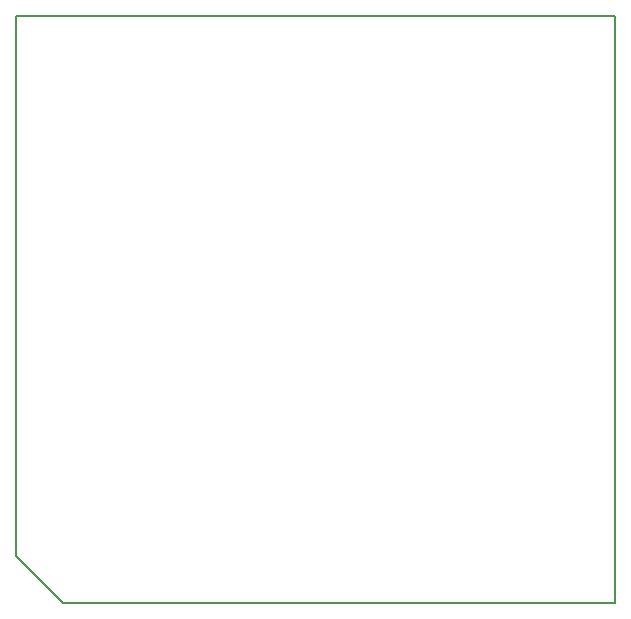
<source format=gko>
%FSLAX44Y44*%
%MOMM*%
G71*
G01*
G75*
G04 Layer_Color=16711935*
G04:AMPARAMS|DCode=10|XSize=1mm|YSize=0.95mm|CornerRadius=0.1995mm|HoleSize=0mm|Usage=FLASHONLY|Rotation=90.000|XOffset=0mm|YOffset=0mm|HoleType=Round|Shape=RoundedRectangle|*
%AMROUNDEDRECTD10*
21,1,1.0000,0.5510,0,0,90.0*
21,1,0.6010,0.9500,0,0,90.0*
1,1,0.3990,0.2755,0.3005*
1,1,0.3990,0.2755,-0.3005*
1,1,0.3990,-0.2755,-0.3005*
1,1,0.3990,-0.2755,0.3005*
%
%ADD10ROUNDEDRECTD10*%
G04:AMPARAMS|DCode=11|XSize=1.05mm|YSize=0.65mm|CornerRadius=0.2015mm|HoleSize=0mm|Usage=FLASHONLY|Rotation=0.000|XOffset=0mm|YOffset=0mm|HoleType=Round|Shape=RoundedRectangle|*
%AMROUNDEDRECTD11*
21,1,1.0500,0.2470,0,0,0.0*
21,1,0.6470,0.6500,0,0,0.0*
1,1,0.4030,0.3235,-0.1235*
1,1,0.4030,-0.3235,-0.1235*
1,1,0.4030,-0.3235,0.1235*
1,1,0.4030,0.3235,0.1235*
%
%ADD11ROUNDEDRECTD11*%
G04:AMPARAMS|DCode=12|XSize=1mm|YSize=0.9mm|CornerRadius=0.198mm|HoleSize=0mm|Usage=FLASHONLY|Rotation=270.000|XOffset=0mm|YOffset=0mm|HoleType=Round|Shape=RoundedRectangle|*
%AMROUNDEDRECTD12*
21,1,1.0000,0.5040,0,0,270.0*
21,1,0.6040,0.9000,0,0,270.0*
1,1,0.3960,-0.2520,-0.3020*
1,1,0.3960,-0.2520,0.3020*
1,1,0.3960,0.2520,0.3020*
1,1,0.3960,0.2520,-0.3020*
%
%ADD12ROUNDEDRECTD12*%
G04:AMPARAMS|DCode=13|XSize=1.45mm|YSize=1.15mm|CornerRadius=0.2013mm|HoleSize=0mm|Usage=FLASHONLY|Rotation=270.000|XOffset=0mm|YOffset=0mm|HoleType=Round|Shape=RoundedRectangle|*
%AMROUNDEDRECTD13*
21,1,1.4500,0.7475,0,0,270.0*
21,1,1.0475,1.1500,0,0,270.0*
1,1,0.4025,-0.3738,-0.5238*
1,1,0.4025,-0.3738,0.5238*
1,1,0.4025,0.3738,0.5238*
1,1,0.4025,0.3738,-0.5238*
%
%ADD13ROUNDEDRECTD13*%
G04:AMPARAMS|DCode=14|XSize=2.5mm|YSize=2mm|CornerRadius=0.25mm|HoleSize=0mm|Usage=FLASHONLY|Rotation=270.000|XOffset=0mm|YOffset=0mm|HoleType=Round|Shape=RoundedRectangle|*
%AMROUNDEDRECTD14*
21,1,2.5000,1.5000,0,0,270.0*
21,1,2.0000,2.0000,0,0,270.0*
1,1,0.5000,-0.7500,-1.0000*
1,1,0.5000,-0.7500,1.0000*
1,1,0.5000,0.7500,1.0000*
1,1,0.5000,0.7500,-1.0000*
%
%ADD14ROUNDEDRECTD14*%
G04:AMPARAMS|DCode=15|XSize=1mm|YSize=0.9mm|CornerRadius=0.198mm|HoleSize=0mm|Usage=FLASHONLY|Rotation=0.000|XOffset=0mm|YOffset=0mm|HoleType=Round|Shape=RoundedRectangle|*
%AMROUNDEDRECTD15*
21,1,1.0000,0.5040,0,0,0.0*
21,1,0.6040,0.9000,0,0,0.0*
1,1,0.3960,0.3020,-0.2520*
1,1,0.3960,-0.3020,-0.2520*
1,1,0.3960,-0.3020,0.2520*
1,1,0.3960,0.3020,0.2520*
%
%ADD15ROUNDEDRECTD15*%
%ADD16O,0.5000X2.5000*%
%ADD17O,2.5000X0.5000*%
G04:AMPARAMS|DCode=18|XSize=0.7mm|YSize=1.5mm|CornerRadius=0.175mm|HoleSize=0mm|Usage=FLASHONLY|Rotation=180.000|XOffset=0mm|YOffset=0mm|HoleType=Round|Shape=RoundedRectangle|*
%AMROUNDEDRECTD18*
21,1,0.7000,1.1500,0,0,180.0*
21,1,0.3500,1.5000,0,0,180.0*
1,1,0.3500,-0.1750,0.5750*
1,1,0.3500,0.1750,0.5750*
1,1,0.3500,0.1750,-0.5750*
1,1,0.3500,-0.1750,-0.5750*
%
%ADD18ROUNDEDRECTD18*%
G04:AMPARAMS|DCode=19|XSize=0.8mm|YSize=2mm|CornerRadius=0.2mm|HoleSize=0mm|Usage=FLASHONLY|Rotation=0.000|XOffset=0mm|YOffset=0mm|HoleType=Round|Shape=RoundedRectangle|*
%AMROUNDEDRECTD19*
21,1,0.8000,1.6000,0,0,0.0*
21,1,0.4000,2.0000,0,0,0.0*
1,1,0.4000,0.2000,-0.8000*
1,1,0.4000,-0.2000,-0.8000*
1,1,0.4000,-0.2000,0.8000*
1,1,0.4000,0.2000,0.8000*
%
%ADD19ROUNDEDRECTD19*%
G04:AMPARAMS|DCode=20|XSize=0.7mm|YSize=1mm|CornerRadius=0.175mm|HoleSize=0mm|Usage=FLASHONLY|Rotation=180.000|XOffset=0mm|YOffset=0mm|HoleType=Round|Shape=RoundedRectangle|*
%AMROUNDEDRECTD20*
21,1,0.7000,0.6500,0,0,180.0*
21,1,0.3500,1.0000,0,0,180.0*
1,1,0.3500,-0.1750,0.3250*
1,1,0.3500,0.1750,0.3250*
1,1,0.3500,0.1750,-0.3250*
1,1,0.3500,-0.1750,-0.3250*
%
%ADD20ROUNDEDRECTD20*%
G04:AMPARAMS|DCode=21|XSize=1.2mm|YSize=2mm|CornerRadius=0.3mm|HoleSize=0mm|Usage=FLASHONLY|Rotation=180.000|XOffset=0mm|YOffset=0mm|HoleType=Round|Shape=RoundedRectangle|*
%AMROUNDEDRECTD21*
21,1,1.2000,1.4000,0,0,180.0*
21,1,0.6000,2.0000,0,0,180.0*
1,1,0.6000,-0.3000,0.7000*
1,1,0.6000,0.3000,0.7000*
1,1,0.6000,0.3000,-0.7000*
1,1,0.6000,-0.3000,-0.7000*
%
%ADD21ROUNDEDRECTD21*%
G04:AMPARAMS|DCode=22|XSize=1mm|YSize=0.95mm|CornerRadius=0.1995mm|HoleSize=0mm|Usage=FLASHONLY|Rotation=180.000|XOffset=0mm|YOffset=0mm|HoleType=Round|Shape=RoundedRectangle|*
%AMROUNDEDRECTD22*
21,1,1.0000,0.5510,0,0,180.0*
21,1,0.6010,0.9500,0,0,180.0*
1,1,0.3990,-0.3005,0.2755*
1,1,0.3990,0.3005,0.2755*
1,1,0.3990,0.3005,-0.2755*
1,1,0.3990,-0.3005,-0.2755*
%
%ADD22ROUNDEDRECTD22*%
%ADD23R,0.4000X1.4000*%
G04:AMPARAMS|DCode=24|XSize=1.8mm|YSize=1.9mm|CornerRadius=0.45mm|HoleSize=0mm|Usage=FLASHONLY|Rotation=0.000|XOffset=0mm|YOffset=0mm|HoleType=Round|Shape=RoundedRectangle|*
%AMROUNDEDRECTD24*
21,1,1.8000,1.0000,0,0,0.0*
21,1,0.9000,1.9000,0,0,0.0*
1,1,0.9000,0.4500,-0.5000*
1,1,0.9000,-0.4500,-0.5000*
1,1,0.9000,-0.4500,0.5000*
1,1,0.9000,0.4500,0.5000*
%
%ADD24ROUNDEDRECTD24*%
%ADD25O,0.7000X2.5000*%
%ADD26O,2.5000X0.7000*%
G04:AMPARAMS|DCode=27|XSize=1.1mm|YSize=0.6mm|CornerRadius=0.201mm|HoleSize=0mm|Usage=FLASHONLY|Rotation=180.000|XOffset=0mm|YOffset=0mm|HoleType=Round|Shape=RoundedRectangle|*
%AMROUNDEDRECTD27*
21,1,1.1000,0.1980,0,0,180.0*
21,1,0.6980,0.6000,0,0,180.0*
1,1,0.4020,-0.3490,0.0990*
1,1,0.4020,0.3490,0.0990*
1,1,0.4020,0.3490,-0.0990*
1,1,0.4020,-0.3490,-0.0990*
%
%ADD27ROUNDEDRECTD27*%
G04:AMPARAMS|DCode=28|XSize=2.3mm|YSize=0.5mm|CornerRadius=0.2mm|HoleSize=0mm|Usage=FLASHONLY|Rotation=90.000|XOffset=0mm|YOffset=0mm|HoleType=Round|Shape=RoundedRectangle|*
%AMROUNDEDRECTD28*
21,1,2.3000,0.1000,0,0,90.0*
21,1,1.9000,0.5000,0,0,90.0*
1,1,0.4000,0.0500,0.9500*
1,1,0.4000,0.0500,-0.9500*
1,1,0.4000,-0.0500,-0.9500*
1,1,0.4000,-0.0500,0.9500*
%
%ADD28ROUNDEDRECTD28*%
G04:AMPARAMS|DCode=29|XSize=2.5mm|YSize=2mm|CornerRadius=0.2mm|HoleSize=0mm|Usage=FLASHONLY|Rotation=90.000|XOffset=0mm|YOffset=0mm|HoleType=Round|Shape=RoundedRectangle|*
%AMROUNDEDRECTD29*
21,1,2.5000,1.6000,0,0,90.0*
21,1,2.1000,2.0000,0,0,90.0*
1,1,0.4000,0.8000,1.0500*
1,1,0.4000,0.8000,-1.0500*
1,1,0.4000,-0.8000,-1.0500*
1,1,0.4000,-0.8000,1.0500*
%
%ADD29ROUNDEDRECTD29*%
G04:AMPARAMS|DCode=30|XSize=2.5mm|YSize=1.7mm|CornerRadius=0.204mm|HoleSize=0mm|Usage=FLASHONLY|Rotation=0.000|XOffset=0mm|YOffset=0mm|HoleType=Round|Shape=RoundedRectangle|*
%AMROUNDEDRECTD30*
21,1,2.5000,1.2920,0,0,0.0*
21,1,2.0920,1.7000,0,0,0.0*
1,1,0.4080,1.0460,-0.6460*
1,1,0.4080,-1.0460,-0.6460*
1,1,0.4080,-1.0460,0.6460*
1,1,0.4080,1.0460,0.6460*
%
%ADD30ROUNDEDRECTD30*%
G04:AMPARAMS|DCode=31|XSize=0.5mm|YSize=0.6mm|CornerRadius=0.1625mm|HoleSize=0mm|Usage=FLASHONLY|Rotation=270.000|XOffset=0mm|YOffset=0mm|HoleType=Round|Shape=RoundedRectangle|*
%AMROUNDEDRECTD31*
21,1,0.5000,0.2750,0,0,270.0*
21,1,0.1750,0.6000,0,0,270.0*
1,1,0.3250,-0.1375,-0.0875*
1,1,0.3250,-0.1375,0.0875*
1,1,0.3250,0.1375,0.0875*
1,1,0.3250,0.1375,-0.0875*
%
%ADD31ROUNDEDRECTD31*%
G04:AMPARAMS|DCode=32|XSize=0.67mm|YSize=0.67mm|CornerRadius=0.1508mm|HoleSize=0mm|Usage=FLASHONLY|Rotation=270.000|XOffset=0mm|YOffset=0mm|HoleType=Round|Shape=RoundedRectangle|*
%AMROUNDEDRECTD32*
21,1,0.6700,0.3685,0,0,270.0*
21,1,0.3685,0.6700,0,0,270.0*
1,1,0.3015,-0.1843,-0.1843*
1,1,0.3015,-0.1843,0.1843*
1,1,0.3015,0.1843,0.1843*
1,1,0.3015,0.1843,-0.1843*
%
%ADD32ROUNDEDRECTD32*%
G04:AMPARAMS|DCode=33|XSize=1.05mm|YSize=0.65mm|CornerRadius=0.2015mm|HoleSize=0mm|Usage=FLASHONLY|Rotation=90.000|XOffset=0mm|YOffset=0mm|HoleType=Round|Shape=RoundedRectangle|*
%AMROUNDEDRECTD33*
21,1,1.0500,0.2470,0,0,90.0*
21,1,0.6470,0.6500,0,0,90.0*
1,1,0.4030,0.1235,0.3235*
1,1,0.4030,0.1235,-0.3235*
1,1,0.4030,-0.1235,-0.3235*
1,1,0.4030,-0.1235,0.3235*
%
%ADD33ROUNDEDRECTD33*%
G04:AMPARAMS|DCode=34|XSize=2.5mm|YSize=1.7mm|CornerRadius=0.204mm|HoleSize=0mm|Usage=FLASHONLY|Rotation=90.000|XOffset=0mm|YOffset=0mm|HoleType=Round|Shape=RoundedRectangle|*
%AMROUNDEDRECTD34*
21,1,2.5000,1.2920,0,0,90.0*
21,1,2.0920,1.7000,0,0,90.0*
1,1,0.4080,0.6460,1.0460*
1,1,0.4080,0.6460,-1.0460*
1,1,0.4080,-0.6460,-1.0460*
1,1,0.4080,-0.6460,1.0460*
%
%ADD34ROUNDEDRECTD34*%
%ADD35R,0.4000X1.6000*%
%ADD36C,0.5000*%
%ADD37C,1.2000*%
%ADD38C,0.4000*%
%ADD39C,1.8500*%
%ADD40C,2.2000*%
%ADD41C,1.7000*%
%ADD42C,0.5000*%
G04:AMPARAMS|DCode=43|XSize=1.85mm|YSize=1.85mm|CornerRadius=0.2313mm|HoleSize=0mm|Usage=FLASHONLY|Rotation=270.000|XOffset=0mm|YOffset=0mm|HoleType=Round|Shape=RoundedRectangle|*
%AMROUNDEDRECTD43*
21,1,1.8500,1.3875,0,0,270.0*
21,1,1.3875,1.8500,0,0,270.0*
1,1,0.4625,-0.6937,-0.6937*
1,1,0.4625,-0.6937,0.6937*
1,1,0.4625,0.6937,0.6937*
1,1,0.4625,0.6937,-0.6937*
%
%ADD43ROUNDEDRECTD43*%
%ADD44C,1.8000*%
%ADD45C,2.5000*%
%ADD46C,1.3000*%
G04:AMPARAMS|DCode=47|XSize=1.3mm|YSize=1.3mm|CornerRadius=0.1625mm|HoleSize=0mm|Usage=FLASHONLY|Rotation=180.000|XOffset=0mm|YOffset=0mm|HoleType=Round|Shape=RoundedRectangle|*
%AMROUNDEDRECTD47*
21,1,1.3000,0.9750,0,0,180.0*
21,1,0.9750,1.3000,0,0,180.0*
1,1,0.3250,-0.4875,0.4875*
1,1,0.3250,0.4875,0.4875*
1,1,0.3250,0.4875,-0.4875*
1,1,0.3250,-0.4875,-0.4875*
%
%ADD47ROUNDEDRECTD47*%
%ADD48C,2.0000*%
G04:AMPARAMS|DCode=49|XSize=2mm|YSize=2mm|CornerRadius=0.25mm|HoleSize=0mm|Usage=FLASHONLY|Rotation=0.000|XOffset=0mm|YOffset=0mm|HoleType=Round|Shape=RoundedRectangle|*
%AMROUNDEDRECTD49*
21,1,2.0000,1.5000,0,0,0.0*
21,1,1.5000,2.0000,0,0,0.0*
1,1,0.5000,0.7500,-0.7500*
1,1,0.5000,-0.7500,-0.7500*
1,1,0.5000,-0.7500,0.7500*
1,1,0.5000,0.7500,0.7500*
%
%ADD49ROUNDEDRECTD49*%
G04:AMPARAMS|DCode=50|XSize=2.2mm|YSize=2.2mm|CornerRadius=0.275mm|HoleSize=0mm|Usage=FLASHONLY|Rotation=90.000|XOffset=0mm|YOffset=0mm|HoleType=Round|Shape=RoundedRectangle|*
%AMROUNDEDRECTD50*
21,1,2.2000,1.6500,0,0,90.0*
21,1,1.6500,2.2000,0,0,90.0*
1,1,0.5500,0.8250,0.8250*
1,1,0.5500,0.8250,-0.8250*
1,1,0.5500,-0.8250,-0.8250*
1,1,0.5500,-0.8250,0.8250*
%
%ADD50ROUNDEDRECTD50*%
G04:AMPARAMS|DCode=51|XSize=1.4mm|YSize=1.4mm|CornerRadius=0.175mm|HoleSize=0mm|Usage=FLASHONLY|Rotation=0.000|XOffset=0mm|YOffset=0mm|HoleType=Round|Shape=RoundedRectangle|*
%AMROUNDEDRECTD51*
21,1,1.4000,1.0500,0,0,0.0*
21,1,1.0500,1.4000,0,0,0.0*
1,1,0.3500,0.5250,-0.5250*
1,1,0.3500,-0.5250,-0.5250*
1,1,0.3500,-0.5250,0.5250*
1,1,0.3500,0.5250,0.5250*
%
%ADD51ROUNDEDRECTD51*%
G04:AMPARAMS|DCode=52|XSize=1mm|YSize=1mm|CornerRadius=0.25mm|HoleSize=0mm|Usage=FLASHONLY|Rotation=90.000|XOffset=0mm|YOffset=0mm|HoleType=Round|Shape=RoundedRectangle|*
%AMROUNDEDRECTD52*
21,1,1.0000,0.5000,0,0,90.0*
21,1,0.5000,1.0000,0,0,90.0*
1,1,0.5000,0.2500,0.2500*
1,1,0.5000,0.2500,-0.2500*
1,1,0.5000,-0.2500,-0.2500*
1,1,0.5000,-0.2500,0.2500*
%
%ADD52ROUNDEDRECTD52*%
%ADD53C,0.1000*%
%ADD54C,7.0000*%
G04:AMPARAMS|DCode=55|XSize=0.9mm|YSize=2.8mm|CornerRadius=0.225mm|HoleSize=0mm|Usage=FLASHONLY|Rotation=90.000|XOffset=0mm|YOffset=0mm|HoleType=Round|Shape=RoundedRectangle|*
%AMROUNDEDRECTD55*
21,1,0.9000,2.3500,0,0,90.0*
21,1,0.4500,2.8000,0,0,90.0*
1,1,0.4500,1.1750,0.2250*
1,1,0.4500,1.1750,-0.2250*
1,1,0.4500,-1.1750,-0.2250*
1,1,0.4500,-1.1750,0.2250*
%
%ADD55ROUNDEDRECTD55*%
%ADD56C,2.7000*%
%ADD57C,1.2000*%
%ADD58C,0.8000*%
G04:AMPARAMS|DCode=59|XSize=2mm|YSize=2mm|CornerRadius=0.2mm|HoleSize=0mm|Usage=FLASHONLY|Rotation=90.000|XOffset=0mm|YOffset=0mm|HoleType=Round|Shape=RoundedRectangle|*
%AMROUNDEDRECTD59*
21,1,2.0000,1.6000,0,0,90.0*
21,1,1.6000,2.0000,0,0,90.0*
1,1,0.4000,0.8000,0.8000*
1,1,0.4000,0.8000,-0.8000*
1,1,0.4000,-0.8000,-0.8000*
1,1,0.4000,-0.8000,0.8000*
%
%ADD59ROUNDEDRECTD59*%
G04:AMPARAMS|DCode=60|XSize=1.7mm|YSize=1.9mm|CornerRadius=0.2125mm|HoleSize=0mm|Usage=FLASHONLY|Rotation=180.000|XOffset=0mm|YOffset=0mm|HoleType=Round|Shape=RoundedRectangle|*
%AMROUNDEDRECTD60*
21,1,1.7000,1.4750,0,0,180.0*
21,1,1.2750,1.9000,0,0,180.0*
1,1,0.4250,-0.6375,0.7375*
1,1,0.4250,0.6375,0.7375*
1,1,0.4250,0.6375,-0.7375*
1,1,0.4250,-0.6375,-0.7375*
%
%ADD60ROUNDEDRECTD60*%
G04:AMPARAMS|DCode=61|XSize=1.8mm|YSize=1.9mm|CornerRadius=0.225mm|HoleSize=0mm|Usage=FLASHONLY|Rotation=180.000|XOffset=0mm|YOffset=0mm|HoleType=Round|Shape=RoundedRectangle|*
%AMROUNDEDRECTD61*
21,1,1.8000,1.4500,0,0,180.0*
21,1,1.3500,1.9000,0,0,180.0*
1,1,0.4500,-0.6750,0.7250*
1,1,0.4500,0.6750,0.7250*
1,1,0.4500,0.6750,-0.7250*
1,1,0.4500,-0.6750,-0.7250*
%
%ADD61ROUNDEDRECTD61*%
G04:AMPARAMS|DCode=62|XSize=1.6mm|YSize=1.3mm|CornerRadius=0.2015mm|HoleSize=0mm|Usage=FLASHONLY|Rotation=180.000|XOffset=0mm|YOffset=0mm|HoleType=Round|Shape=RoundedRectangle|*
%AMROUNDEDRECTD62*
21,1,1.6000,0.8970,0,0,180.0*
21,1,1.1970,1.3000,0,0,180.0*
1,1,0.4030,-0.5985,0.4485*
1,1,0.4030,0.5985,0.4485*
1,1,0.4030,0.5985,-0.4485*
1,1,0.4030,-0.5985,-0.4485*
%
%ADD62ROUNDEDRECTD62*%
G04:AMPARAMS|DCode=63|XSize=2.7mm|YSize=1.2mm|CornerRadius=0.21mm|HoleSize=0mm|Usage=FLASHONLY|Rotation=0.000|XOffset=0mm|YOffset=0mm|HoleType=Round|Shape=RoundedRectangle|*
%AMROUNDEDRECTD63*
21,1,2.7000,0.7800,0,0,0.0*
21,1,2.2800,1.2000,0,0,0.0*
1,1,0.4200,1.1400,-0.3900*
1,1,0.4200,-1.1400,-0.3900*
1,1,0.4200,-1.1400,0.3900*
1,1,0.4200,1.1400,0.3900*
%
%ADD63ROUNDEDRECTD63*%
G04:AMPARAMS|DCode=64|XSize=1.2mm|YSize=1.2mm|CornerRadius=0.198mm|HoleSize=0mm|Usage=FLASHONLY|Rotation=0.000|XOffset=0mm|YOffset=0mm|HoleType=Round|Shape=RoundedRectangle|*
%AMROUNDEDRECTD64*
21,1,1.2000,0.8040,0,0,0.0*
21,1,0.8040,1.2000,0,0,0.0*
1,1,0.3960,0.4020,-0.4020*
1,1,0.3960,-0.4020,-0.4020*
1,1,0.3960,-0.4020,0.4020*
1,1,0.3960,0.4020,0.4020*
%
%ADD64ROUNDEDRECTD64*%
G04:AMPARAMS|DCode=65|XSize=0.7mm|YSize=2.5mm|CornerRadius=0.175mm|HoleSize=0mm|Usage=FLASHONLY|Rotation=0.000|XOffset=0mm|YOffset=0mm|HoleType=Round|Shape=RoundedRectangle|*
%AMROUNDEDRECTD65*
21,1,0.7000,2.1500,0,0,0.0*
21,1,0.3500,2.5000,0,0,0.0*
1,1,0.3500,0.1750,-1.0750*
1,1,0.3500,-0.1750,-1.0750*
1,1,0.3500,-0.1750,1.0750*
1,1,0.3500,0.1750,1.0750*
%
%ADD65ROUNDEDRECTD65*%
%ADD66C,0.3000*%
%ADD67C,5.0000*%
%ADD68C,0.2000*%
%ADD69C,0.2500*%
%ADD70C,0.1500*%
%ADD71C,0.1000*%
%ADD72C,0.2540*%
G04:AMPARAMS|DCode=73|XSize=1.15mm|YSize=1.1mm|CornerRadius=0.2745mm|HoleSize=0mm|Usage=FLASHONLY|Rotation=90.000|XOffset=0mm|YOffset=0mm|HoleType=Round|Shape=RoundedRectangle|*
%AMROUNDEDRECTD73*
21,1,1.1500,0.5510,0,0,90.0*
21,1,0.6010,1.1000,0,0,90.0*
1,1,0.5490,0.2755,0.3005*
1,1,0.5490,0.2755,-0.3005*
1,1,0.5490,-0.2755,-0.3005*
1,1,0.5490,-0.2755,0.3005*
%
%ADD73ROUNDEDRECTD73*%
G04:AMPARAMS|DCode=74|XSize=1.2mm|YSize=0.8mm|CornerRadius=0.2765mm|HoleSize=0mm|Usage=FLASHONLY|Rotation=0.000|XOffset=0mm|YOffset=0mm|HoleType=Round|Shape=RoundedRectangle|*
%AMROUNDEDRECTD74*
21,1,1.2000,0.2470,0,0,0.0*
21,1,0.6470,0.8000,0,0,0.0*
1,1,0.5530,0.3235,-0.1235*
1,1,0.5530,-0.3235,-0.1235*
1,1,0.5530,-0.3235,0.1235*
1,1,0.5530,0.3235,0.1235*
%
%ADD74ROUNDEDRECTD74*%
G04:AMPARAMS|DCode=75|XSize=1.15mm|YSize=1.05mm|CornerRadius=0.273mm|HoleSize=0mm|Usage=FLASHONLY|Rotation=270.000|XOffset=0mm|YOffset=0mm|HoleType=Round|Shape=RoundedRectangle|*
%AMROUNDEDRECTD75*
21,1,1.1500,0.5040,0,0,270.0*
21,1,0.6040,1.0500,0,0,270.0*
1,1,0.5460,-0.2520,-0.3020*
1,1,0.5460,-0.2520,0.3020*
1,1,0.5460,0.2520,0.3020*
1,1,0.5460,0.2520,-0.3020*
%
%ADD75ROUNDEDRECTD75*%
G04:AMPARAMS|DCode=76|XSize=1.6mm|YSize=1.3mm|CornerRadius=0.2763mm|HoleSize=0mm|Usage=FLASHONLY|Rotation=270.000|XOffset=0mm|YOffset=0mm|HoleType=Round|Shape=RoundedRectangle|*
%AMROUNDEDRECTD76*
21,1,1.6000,0.7475,0,0,270.0*
21,1,1.0475,1.3000,0,0,270.0*
1,1,0.5525,-0.3738,-0.5238*
1,1,0.5525,-0.3738,0.5238*
1,1,0.5525,0.3738,0.5238*
1,1,0.5525,0.3738,-0.5238*
%
%ADD76ROUNDEDRECTD76*%
G04:AMPARAMS|DCode=77|XSize=2.7032mm|YSize=2.2032mm|CornerRadius=0.3516mm|HoleSize=0mm|Usage=FLASHONLY|Rotation=270.000|XOffset=0mm|YOffset=0mm|HoleType=Round|Shape=RoundedRectangle|*
%AMROUNDEDRECTD77*
21,1,2.7032,1.5000,0,0,270.0*
21,1,2.0000,2.2032,0,0,270.0*
1,1,0.7032,-0.7500,-1.0000*
1,1,0.7032,-0.7500,1.0000*
1,1,0.7032,0.7500,1.0000*
1,1,0.7032,0.7500,-1.0000*
%
%ADD77ROUNDEDRECTD77*%
G04:AMPARAMS|DCode=78|XSize=1.15mm|YSize=1.05mm|CornerRadius=0.273mm|HoleSize=0mm|Usage=FLASHONLY|Rotation=0.000|XOffset=0mm|YOffset=0mm|HoleType=Round|Shape=RoundedRectangle|*
%AMROUNDEDRECTD78*
21,1,1.1500,0.5040,0,0,0.0*
21,1,0.6040,1.0500,0,0,0.0*
1,1,0.5460,0.3020,-0.2520*
1,1,0.5460,-0.3020,-0.2520*
1,1,0.5460,-0.3020,0.2520*
1,1,0.5460,0.3020,0.2520*
%
%ADD78ROUNDEDRECTD78*%
G04:AMPARAMS|DCode=79|XSize=1.0032mm|YSize=2.2032mm|CornerRadius=0.3016mm|HoleSize=0mm|Usage=FLASHONLY|Rotation=0.000|XOffset=0mm|YOffset=0mm|HoleType=Round|Shape=RoundedRectangle|*
%AMROUNDEDRECTD79*
21,1,1.0032,1.6000,0,0,0.0*
21,1,0.4000,2.2032,0,0,0.0*
1,1,0.6032,0.2000,-0.8000*
1,1,0.6032,-0.2000,-0.8000*
1,1,0.6032,-0.2000,0.8000*
1,1,0.6032,0.2000,0.8000*
%
%ADD79ROUNDEDRECTD79*%
G04:AMPARAMS|DCode=80|XSize=0.9032mm|YSize=1.2032mm|CornerRadius=0.2766mm|HoleSize=0mm|Usage=FLASHONLY|Rotation=180.000|XOffset=0mm|YOffset=0mm|HoleType=Round|Shape=RoundedRectangle|*
%AMROUNDEDRECTD80*
21,1,0.9032,0.6500,0,0,180.0*
21,1,0.3500,1.2032,0,0,180.0*
1,1,0.5532,-0.1750,0.3250*
1,1,0.5532,0.1750,0.3250*
1,1,0.5532,0.1750,-0.3250*
1,1,0.5532,-0.1750,-0.3250*
%
%ADD80ROUNDEDRECTD80*%
G04:AMPARAMS|DCode=81|XSize=1.3mm|YSize=2.1mm|CornerRadius=0.35mm|HoleSize=0mm|Usage=FLASHONLY|Rotation=180.000|XOffset=0mm|YOffset=0mm|HoleType=Round|Shape=RoundedRectangle|*
%AMROUNDEDRECTD81*
21,1,1.3000,1.4000,0,0,180.0*
21,1,0.6000,2.1000,0,0,180.0*
1,1,0.7000,-0.3000,0.7000*
1,1,0.7000,0.3000,0.7000*
1,1,0.7000,0.3000,-0.7000*
1,1,0.7000,-0.3000,-0.7000*
%
%ADD81ROUNDEDRECTD81*%
G04:AMPARAMS|DCode=82|XSize=1.15mm|YSize=1.1mm|CornerRadius=0.2745mm|HoleSize=0mm|Usage=FLASHONLY|Rotation=180.000|XOffset=0mm|YOffset=0mm|HoleType=Round|Shape=RoundedRectangle|*
%AMROUNDEDRECTD82*
21,1,1.1500,0.5510,0,0,180.0*
21,1,0.6010,1.1000,0,0,180.0*
1,1,0.5490,-0.3005,0.2755*
1,1,0.5490,0.3005,0.2755*
1,1,0.5490,0.3005,-0.2755*
1,1,0.5490,-0.3005,-0.2755*
%
%ADD82ROUNDEDRECTD82*%
%ADD83R,0.6032X1.6032*%
G04:AMPARAMS|DCode=84|XSize=2.0032mm|YSize=2.1032mm|CornerRadius=0.5516mm|HoleSize=0mm|Usage=FLASHONLY|Rotation=0.000|XOffset=0mm|YOffset=0mm|HoleType=Round|Shape=RoundedRectangle|*
%AMROUNDEDRECTD84*
21,1,2.0032,1.0000,0,0,0.0*
21,1,0.9000,2.1032,0,0,0.0*
1,1,1.1032,0.4500,-0.5000*
1,1,1.1032,-0.4500,-0.5000*
1,1,1.1032,-0.4500,0.5000*
1,1,1.1032,0.4500,0.5000*
%
%ADD84ROUNDEDRECTD84*%
%ADD85O,0.8500X2.6500*%
%ADD86O,2.6500X0.8500*%
G04:AMPARAMS|DCode=87|XSize=1.25mm|YSize=0.75mm|CornerRadius=0.276mm|HoleSize=0mm|Usage=FLASHONLY|Rotation=180.000|XOffset=0mm|YOffset=0mm|HoleType=Round|Shape=RoundedRectangle|*
%AMROUNDEDRECTD87*
21,1,1.2500,0.1980,0,0,180.0*
21,1,0.6980,0.7500,0,0,180.0*
1,1,0.5520,-0.3490,0.0990*
1,1,0.5520,0.3490,0.0990*
1,1,0.5520,0.3490,-0.0990*
1,1,0.5520,-0.3490,-0.0990*
%
%ADD87ROUNDEDRECTD87*%
G04:AMPARAMS|DCode=88|XSize=2.45mm|YSize=0.65mm|CornerRadius=0.275mm|HoleSize=0mm|Usage=FLASHONLY|Rotation=90.000|XOffset=0mm|YOffset=0mm|HoleType=Round|Shape=RoundedRectangle|*
%AMROUNDEDRECTD88*
21,1,2.4500,0.1000,0,0,90.0*
21,1,1.9000,0.6500,0,0,90.0*
1,1,0.5500,0.0500,0.9500*
1,1,0.5500,0.0500,-0.9500*
1,1,0.5500,-0.0500,-0.9500*
1,1,0.5500,-0.0500,0.9500*
%
%ADD88ROUNDEDRECTD88*%
G04:AMPARAMS|DCode=89|XSize=2.65mm|YSize=2.15mm|CornerRadius=0.275mm|HoleSize=0mm|Usage=FLASHONLY|Rotation=90.000|XOffset=0mm|YOffset=0mm|HoleType=Round|Shape=RoundedRectangle|*
%AMROUNDEDRECTD89*
21,1,2.6500,1.6000,0,0,90.0*
21,1,2.1000,2.1500,0,0,90.0*
1,1,0.5500,0.8000,1.0500*
1,1,0.5500,0.8000,-1.0500*
1,1,0.5500,-0.8000,-1.0500*
1,1,0.5500,-0.8000,1.0500*
%
%ADD89ROUNDEDRECTD89*%
G04:AMPARAMS|DCode=90|XSize=2.65mm|YSize=1.85mm|CornerRadius=0.279mm|HoleSize=0mm|Usage=FLASHONLY|Rotation=0.000|XOffset=0mm|YOffset=0mm|HoleType=Round|Shape=RoundedRectangle|*
%AMROUNDEDRECTD90*
21,1,2.6500,1.2920,0,0,0.0*
21,1,2.0920,1.8500,0,0,0.0*
1,1,0.5580,1.0460,-0.6460*
1,1,0.5580,-1.0460,-0.6460*
1,1,0.5580,-1.0460,0.6460*
1,1,0.5580,1.0460,0.6460*
%
%ADD90ROUNDEDRECTD90*%
G04:AMPARAMS|DCode=91|XSize=0.6mm|YSize=0.7mm|CornerRadius=0.2125mm|HoleSize=0mm|Usage=FLASHONLY|Rotation=270.000|XOffset=0mm|YOffset=0mm|HoleType=Round|Shape=RoundedRectangle|*
%AMROUNDEDRECTD91*
21,1,0.6000,0.2750,0,0,270.0*
21,1,0.1750,0.7000,0,0,270.0*
1,1,0.4250,-0.1375,-0.0875*
1,1,0.4250,-0.1375,0.0875*
1,1,0.4250,0.1375,0.0875*
1,1,0.4250,0.1375,-0.0875*
%
%ADD91ROUNDEDRECTD91*%
G04:AMPARAMS|DCode=92|XSize=0.77mm|YSize=0.77mm|CornerRadius=0.2008mm|HoleSize=0mm|Usage=FLASHONLY|Rotation=270.000|XOffset=0mm|YOffset=0mm|HoleType=Round|Shape=RoundedRectangle|*
%AMROUNDEDRECTD92*
21,1,0.7700,0.3685,0,0,270.0*
21,1,0.3685,0.7700,0,0,270.0*
1,1,0.4015,-0.1843,-0.1843*
1,1,0.4015,-0.1843,0.1843*
1,1,0.4015,0.1843,0.1843*
1,1,0.4015,0.1843,-0.1843*
%
%ADD92ROUNDEDRECTD92*%
G04:AMPARAMS|DCode=93|XSize=1.2mm|YSize=0.8mm|CornerRadius=0.2765mm|HoleSize=0mm|Usage=FLASHONLY|Rotation=90.000|XOffset=0mm|YOffset=0mm|HoleType=Round|Shape=RoundedRectangle|*
%AMROUNDEDRECTD93*
21,1,1.2000,0.2470,0,0,90.0*
21,1,0.6470,0.8000,0,0,90.0*
1,1,0.5530,0.1235,0.3235*
1,1,0.5530,0.1235,-0.3235*
1,1,0.5530,-0.1235,-0.3235*
1,1,0.5530,-0.1235,0.3235*
%
%ADD93ROUNDEDRECTD93*%
G04:AMPARAMS|DCode=94|XSize=2.65mm|YSize=1.85mm|CornerRadius=0.279mm|HoleSize=0mm|Usage=FLASHONLY|Rotation=90.000|XOffset=0mm|YOffset=0mm|HoleType=Round|Shape=RoundedRectangle|*
%AMROUNDEDRECTD94*
21,1,2.6500,1.2920,0,0,90.0*
21,1,2.0920,1.8500,0,0,90.0*
1,1,0.5580,0.6460,1.0460*
1,1,0.5580,0.6460,-1.0460*
1,1,0.5580,-0.6460,-1.0460*
1,1,0.5580,-0.6460,1.0460*
%
%ADD94ROUNDEDRECTD94*%
%ADD95R,0.6032X1.8032*%
%ADD96C,2.3500*%
%ADD97C,1.8500*%
G04:AMPARAMS|DCode=98|XSize=2mm|YSize=2mm|CornerRadius=0.3063mm|HoleSize=0mm|Usage=FLASHONLY|Rotation=270.000|XOffset=0mm|YOffset=0mm|HoleType=Round|Shape=RoundedRectangle|*
%AMROUNDEDRECTD98*
21,1,2.0000,1.3875,0,0,270.0*
21,1,1.3875,2.0000,0,0,270.0*
1,1,0.6125,-0.6937,-0.6937*
1,1,0.6125,-0.6937,0.6937*
1,1,0.6125,0.6937,0.6937*
1,1,0.6125,0.6937,-0.6937*
%
%ADD98ROUNDEDRECTD98*%
%ADD99C,1.9500*%
%ADD100C,2.7032*%
%ADD101C,1.5032*%
G04:AMPARAMS|DCode=102|XSize=1.5032mm|YSize=1.5032mm|CornerRadius=0.2641mm|HoleSize=0mm|Usage=FLASHONLY|Rotation=180.000|XOffset=0mm|YOffset=0mm|HoleType=Round|Shape=RoundedRectangle|*
%AMROUNDEDRECTD102*
21,1,1.5032,0.9750,0,0,180.0*
21,1,0.9750,1.5032,0,0,180.0*
1,1,0.5282,-0.4875,0.4875*
1,1,0.5282,0.4875,0.4875*
1,1,0.5282,0.4875,-0.4875*
1,1,0.5282,-0.4875,-0.4875*
%
%ADD102ROUNDEDRECTD102*%
%ADD103C,2.1500*%
G04:AMPARAMS|DCode=104|XSize=2.15mm|YSize=2.15mm|CornerRadius=0.325mm|HoleSize=0mm|Usage=FLASHONLY|Rotation=0.000|XOffset=0mm|YOffset=0mm|HoleType=Round|Shape=RoundedRectangle|*
%AMROUNDEDRECTD104*
21,1,2.1500,1.5000,0,0,0.0*
21,1,1.5000,2.1500,0,0,0.0*
1,1,0.6500,0.7500,-0.7500*
1,1,0.6500,-0.7500,-0.7500*
1,1,0.6500,-0.7500,0.7500*
1,1,0.6500,0.7500,0.7500*
%
%ADD104ROUNDEDRECTD104*%
G04:AMPARAMS|DCode=105|XSize=2.35mm|YSize=2.35mm|CornerRadius=0.35mm|HoleSize=0mm|Usage=FLASHONLY|Rotation=90.000|XOffset=0mm|YOffset=0mm|HoleType=Round|Shape=RoundedRectangle|*
%AMROUNDEDRECTD105*
21,1,2.3500,1.6500,0,0,90.0*
21,1,1.6500,2.3500,0,0,90.0*
1,1,0.7000,0.8250,0.8250*
1,1,0.7000,0.8250,-0.8250*
1,1,0.7000,-0.8250,-0.8250*
1,1,0.7000,-0.8250,0.8250*
%
%ADD105ROUNDEDRECTD105*%
G04:AMPARAMS|DCode=106|XSize=1.55mm|YSize=1.55mm|CornerRadius=0.25mm|HoleSize=0mm|Usage=FLASHONLY|Rotation=0.000|XOffset=0mm|YOffset=0mm|HoleType=Round|Shape=RoundedRectangle|*
%AMROUNDEDRECTD106*
21,1,1.5500,1.0500,0,0,0.0*
21,1,1.0500,1.5500,0,0,0.0*
1,1,0.5000,0.5250,-0.5250*
1,1,0.5000,-0.5250,-0.5250*
1,1,0.5000,-0.5250,0.5250*
1,1,0.5000,0.5250,0.5250*
%
%ADD106ROUNDEDRECTD106*%
%ADD107C,1.4500*%
G04:AMPARAMS|DCode=108|XSize=1.1mm|YSize=1.1mm|CornerRadius=0.3mm|HoleSize=0mm|Usage=FLASHONLY|Rotation=90.000|XOffset=0mm|YOffset=0mm|HoleType=Round|Shape=RoundedRectangle|*
%AMROUNDEDRECTD108*
21,1,1.1000,0.5000,0,0,90.0*
21,1,0.5000,1.1000,0,0,90.0*
1,1,0.6000,0.2500,0.2500*
1,1,0.6000,0.2500,-0.2500*
1,1,0.6000,-0.2500,-0.2500*
1,1,0.6000,-0.2500,0.2500*
%
%ADD108ROUNDEDRECTD108*%
%ADD109C,0.7032*%
%ADD110C,0.6500*%
%ADD111C,7.2032*%
G04:AMPARAMS|DCode=112|XSize=1.45mm|YSize=1.45mm|CornerRadius=0.2375mm|HoleSize=0mm|Usage=FLASHONLY|Rotation=180.000|XOffset=0mm|YOffset=0mm|HoleType=Round|Shape=RoundedRectangle|*
%AMROUNDEDRECTD112*
21,1,1.4500,0.9750,0,0,180.0*
21,1,0.9750,1.4500,0,0,180.0*
1,1,0.4750,-0.4875,0.4875*
1,1,0.4750,0.4875,0.4875*
1,1,0.4750,0.4875,-0.4875*
1,1,0.4750,-0.4875,-0.4875*
%
%ADD112ROUNDEDRECTD112*%
G04:AMPARAMS|DCode=113|XSize=1mm|YSize=2.9mm|CornerRadius=0.275mm|HoleSize=0mm|Usage=FLASHONLY|Rotation=90.000|XOffset=0mm|YOffset=0mm|HoleType=Round|Shape=RoundedRectangle|*
%AMROUNDEDRECTD113*
21,1,1.0000,2.3500,0,0,90.0*
21,1,0.4500,2.9000,0,0,90.0*
1,1,0.5500,1.1750,0.2250*
1,1,0.5500,1.1750,-0.2250*
1,1,0.5500,-1.1750,-0.2250*
1,1,0.5500,-1.1750,0.2250*
%
%ADD113ROUNDEDRECTD113*%
%ADD114C,2.9032*%
%ADD115C,1.4032*%
G04:AMPARAMS|DCode=116|XSize=2.15mm|YSize=2.15mm|CornerRadius=0.275mm|HoleSize=0mm|Usage=FLASHONLY|Rotation=90.000|XOffset=0mm|YOffset=0mm|HoleType=Round|Shape=RoundedRectangle|*
%AMROUNDEDRECTD116*
21,1,2.1500,1.6000,0,0,90.0*
21,1,1.6000,2.1500,0,0,90.0*
1,1,0.5500,0.8000,0.8000*
1,1,0.5500,0.8000,-0.8000*
1,1,0.5500,-0.8000,-0.8000*
1,1,0.5500,-0.8000,0.8000*
%
%ADD116ROUNDEDRECTD116*%
G04:AMPARAMS|DCode=117|XSize=1.9032mm|YSize=2.1032mm|CornerRadius=0.3141mm|HoleSize=0mm|Usage=FLASHONLY|Rotation=180.000|XOffset=0mm|YOffset=0mm|HoleType=Round|Shape=RoundedRectangle|*
%AMROUNDEDRECTD117*
21,1,1.9032,1.4750,0,0,180.0*
21,1,1.2750,2.1032,0,0,180.0*
1,1,0.6282,-0.6375,0.7375*
1,1,0.6282,0.6375,0.7375*
1,1,0.6282,0.6375,-0.7375*
1,1,0.6282,-0.6375,-0.7375*
%
%ADD117ROUNDEDRECTD117*%
G04:AMPARAMS|DCode=118|XSize=2.0032mm|YSize=2.1032mm|CornerRadius=0.3266mm|HoleSize=0mm|Usage=FLASHONLY|Rotation=180.000|XOffset=0mm|YOffset=0mm|HoleType=Round|Shape=RoundedRectangle|*
%AMROUNDEDRECTD118*
21,1,2.0032,1.4500,0,0,180.0*
21,1,1.3500,2.1032,0,0,180.0*
1,1,0.6532,-0.6750,0.7250*
1,1,0.6532,0.6750,0.7250*
1,1,0.6532,0.6750,-0.7250*
1,1,0.6532,-0.6750,-0.7250*
%
%ADD118ROUNDEDRECTD118*%
G04:AMPARAMS|DCode=119|XSize=1.75mm|YSize=1.45mm|CornerRadius=0.2765mm|HoleSize=0mm|Usage=FLASHONLY|Rotation=180.000|XOffset=0mm|YOffset=0mm|HoleType=Round|Shape=RoundedRectangle|*
%AMROUNDEDRECTD119*
21,1,1.7500,0.8970,0,0,180.0*
21,1,1.1970,1.4500,0,0,180.0*
1,1,0.5530,-0.5985,0.4485*
1,1,0.5530,0.5985,0.4485*
1,1,0.5530,0.5985,-0.4485*
1,1,0.5530,-0.5985,-0.4485*
%
%ADD119ROUNDEDRECTD119*%
G04:AMPARAMS|DCode=120|XSize=2.85mm|YSize=1.35mm|CornerRadius=0.285mm|HoleSize=0mm|Usage=FLASHONLY|Rotation=0.000|XOffset=0mm|YOffset=0mm|HoleType=Round|Shape=RoundedRectangle|*
%AMROUNDEDRECTD120*
21,1,2.8500,0.7800,0,0,0.0*
21,1,2.2800,1.3500,0,0,0.0*
1,1,0.5700,1.1400,-0.3900*
1,1,0.5700,-1.1400,-0.3900*
1,1,0.5700,-1.1400,0.3900*
1,1,0.5700,1.1400,0.3900*
%
%ADD120ROUNDEDRECTD120*%
G04:AMPARAMS|DCode=121|XSize=1.35mm|YSize=1.35mm|CornerRadius=0.273mm|HoleSize=0mm|Usage=FLASHONLY|Rotation=0.000|XOffset=0mm|YOffset=0mm|HoleType=Round|Shape=RoundedRectangle|*
%AMROUNDEDRECTD121*
21,1,1.3500,0.8040,0,0,0.0*
21,1,0.8040,1.3500,0,0,0.0*
1,1,0.5460,0.4020,-0.4020*
1,1,0.5460,-0.4020,-0.4020*
1,1,0.5460,-0.4020,0.4020*
1,1,0.5460,0.4020,0.4020*
%
%ADD121ROUNDEDRECTD121*%
%ADD122C,5.2032*%
D68*
X457000Y-50000D02*
Y447000D01*
X-50000D02*
X457000D01*
X-10000Y-50000D02*
X457000D01*
X-50000Y-10000D02*
X-10000Y-50000D01*
X-50000Y-10000D02*
Y447000D01*
M02*

</source>
